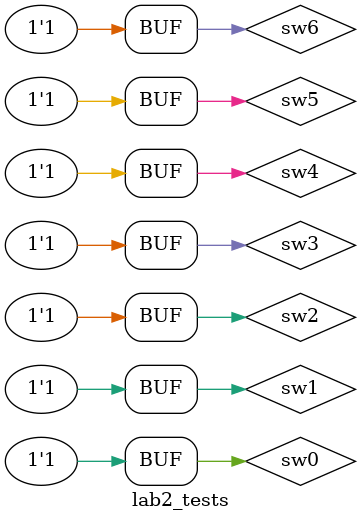
<source format=v>
`timescale 1ns/1ps

module lab2_tests();
   
   reg sw0, sw1, sw2, sw3, sw4, sw5, sw6;
   wire CA,CB,CC,CD,CE,CF,CG,DP,AN0,AN1,AN2,AN3;
   
// TODO: replace "top_lab2" with the name of your top level Lab 2 module.

   topMod UUT (
        .cIn(sw0),.a0(sw1),.a1(sw2),.a2(sw3),.b0(sw4),.b1(sw5),.b2(sw6),
        .A(CA),.B(CB),.C(CC),.D(CD),.E(CE),.F(CF),.G(CG),.DP(DP),
        .AN0(AN0),.AN1(AN1),.AN2(AN2),.AN3(AN3)
        );
// TODO: In the three lines above, make sure the pin names match the names
// used for the inputs/outputs of your top level module.   For example, if you
// used "cin" rather than "sw0", then replace ".sw0(sw0)" with ".cin(sw0)" 
     
    initial
    begin	

        sw0=1'b0;
        sw1=1'b0;
        sw2=1'b0;
        sw3=1'b0;
        sw4=1'b0;
        sw5=1'b0;
        sw6=1'b0;
        // sum is 0 
	//-------------  Current Time:  0ns
	#100;  //This advances time by 100 units (ns in this case)
	sw0 = 1'b1;
        // sum is 1
        // -------------  Current Time:  100ns
        #100;
        sw1 = 1'b1;
        // sum is 2
        // -------------  Current Time:  200ns
        #100;
        sw4 = 1'b1;
        // sum is 3
        // -------------  Current Time:  300ns
        #100;
        sw0 = 1'b0;
		sw5 = 1'b1;
        // sum is 4
        // -------------  Current Time:  400ns
        #100;
        sw0 = 1'b1;
        // sum is 5
        // -------------  Current Time:  500ns
        #100;
        sw1 = 1'b0;
        sw2 = 1'b1;
        // sum is 6
        // -------------  Current Time:  600ns
        #100;
        sw1 = 1'b1;
        // sum is 7
        // -------------  Current Time:  700ns
        #100;
        sw4 = 1'b0;
        sw5 = 1'b0;
        sw6 = 1'b1;
        // sum is 8
        // -------------  Current Time:  800ns
        #100;
        sw4 = 1'b1;
        // sum is 9
        // -------------  Current Time:  900ns
        #100;
        sw1 = 1'b0;
        sw2 = 1'b0;
        sw3 = 1'b1;
        
        // sum is 10
        // -------------  Current Time:  1000ns
        #100;
        sw0 = 1'b0;
        sw1 = 1'b1;
        sw2 = 1'b0;
        sw3 = 1'b1;
        sw4 = 1'b1;
        sw5 = 1'b0;
        sw6 = 1'b1;
       
        // sum is 11
        // -------------  Current Time:  1100ns
        #100;
        sw0 = 1'b1;
        sw1 = 1'b1;
        sw2 = 1'b0;
        sw3 = 1'b1;
        sw4 = 1'b1;
        sw5 = 1'b0;
        sw6 = 1'b1;
         // sum is 12
        // -------------  Current Time:  1200ns
        #100;
        sw0 = 1'b0;
        sw1 = 1'b0;
        sw2 = 1'b1;
        sw3 = 1'b1;
        sw4 = 1'b0;
        sw5 = 1'b1;
        sw6 = 1'b1;
        // sum is 13
        // -------------  Current Time:  1300ns
        #100;
        sw0 = 1'b1;
        sw1 = 1'b0;
        sw2 = 1'b1;
        sw3 = 1'b1;
        sw4 = 1'b0;
        sw5 = 1'b1;
        sw6 = 1'b1;
        // sum is 14
        // -------------  Current Time:  1400ns
        #100;
        sw0 = 1'b0;
        sw1 = 1'b1;
        sw2 = 1'b1;
        sw3 = 1'b1;
        sw4 = 1'b1;
        sw5 = 1'b1;
        sw6 = 1'b1;
        // sum is 14
        // -------------  Current Time:  1400ns
        #100;
        sw0 = 1'b1;
        sw1 = 1'b1;
        sw2 = 1'b1;
        sw3 = 1'b1;
        sw4 = 1'b1;
        sw5 = 1'b1;
        sw6 = 1'b1;
        
	//
	// complete this testbentch  so that all 
	// 16 hex values are generated
    end
endmodule	
</source>
